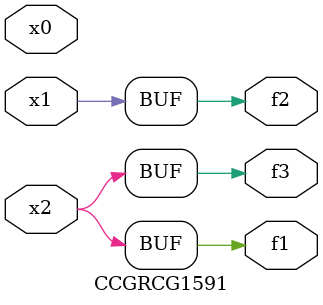
<source format=v>
module CCGRCG1591(
	input x0, x1, x2,
	output f1, f2, f3
);
	assign f1 = x2;
	assign f2 = x1;
	assign f3 = x2;
endmodule

</source>
